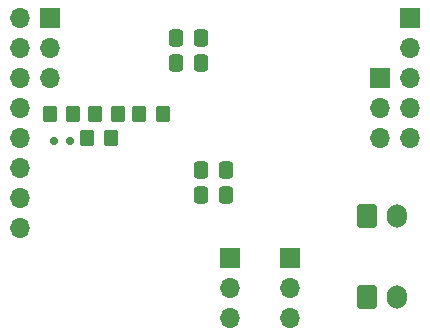
<source format=gbs>
G04 #@! TF.GenerationSoftware,KiCad,Pcbnew,7.0.10-7.0.10~ubuntu23.10.1*
G04 #@! TF.CreationDate,2024-03-29T23:33:31+01:00*
G04 #@! TF.ProjectId,ledBoard,6c656442-6f61-4726-942e-6b696361645f,rev?*
G04 #@! TF.SameCoordinates,Original*
G04 #@! TF.FileFunction,Soldermask,Bot*
G04 #@! TF.FilePolarity,Negative*
%FSLAX46Y46*%
G04 Gerber Fmt 4.6, Leading zero omitted, Abs format (unit mm)*
G04 Created by KiCad (PCBNEW 7.0.10-7.0.10~ubuntu23.10.1) date 2024-03-29 23:33:31*
%MOMM*%
%LPD*%
G01*
G04 APERTURE LIST*
G04 Aperture macros list*
%AMRoundRect*
0 Rectangle with rounded corners*
0 $1 Rounding radius*
0 $2 $3 $4 $5 $6 $7 $8 $9 X,Y pos of 4 corners*
0 Add a 4 corners polygon primitive as box body*
4,1,4,$2,$3,$4,$5,$6,$7,$8,$9,$2,$3,0*
0 Add four circle primitives for the rounded corners*
1,1,$1+$1,$2,$3*
1,1,$1+$1,$4,$5*
1,1,$1+$1,$6,$7*
1,1,$1+$1,$8,$9*
0 Add four rect primitives between the rounded corners*
20,1,$1+$1,$2,$3,$4,$5,0*
20,1,$1+$1,$4,$5,$6,$7,0*
20,1,$1+$1,$6,$7,$8,$9,0*
20,1,$1+$1,$8,$9,$2,$3,0*%
G04 Aperture macros list end*
%ADD10RoundRect,0.250000X0.337500X0.475000X-0.337500X0.475000X-0.337500X-0.475000X0.337500X-0.475000X0*%
%ADD11O,1.700000X1.700000*%
%ADD12R,1.700000X1.700000*%
%ADD13RoundRect,0.250000X-0.600000X-0.750000X0.600000X-0.750000X0.600000X0.750000X-0.600000X0.750000X0*%
%ADD14O,1.700000X2.000000*%
%ADD15RoundRect,0.250000X0.350000X0.450000X-0.350000X0.450000X-0.350000X-0.450000X0.350000X-0.450000X0*%
%ADD16RoundRect,0.150000X-0.150000X-0.200000X0.150000X-0.200000X0.150000X0.200000X-0.150000X0.200000X0*%
%ADD17RoundRect,0.250000X-0.350000X-0.450000X0.350000X-0.450000X0.350000X0.450000X-0.350000X0.450000X0*%
G04 APERTURE END LIST*
D10*
X215921500Y-73808200D03*
X213846500Y-73808200D03*
X215921500Y-71674600D03*
X213846500Y-71674600D03*
X218059000Y-82829400D03*
X215984000Y-82829400D03*
X218059000Y-84963000D03*
X215984000Y-84963000D03*
D11*
X200660000Y-87780000D03*
D12*
X203200000Y-70000000D03*
D11*
X200660000Y-70000000D03*
X203200000Y-72540000D03*
X200660000Y-72540000D03*
X203200000Y-75080000D03*
X200660000Y-75080000D03*
X200660000Y-77620000D03*
X200660000Y-80160000D03*
X200660000Y-82700000D03*
X200660000Y-85240000D03*
D13*
X230017000Y-93582000D03*
D14*
X232517000Y-93582000D03*
D13*
X230017000Y-86724000D03*
D14*
X232517000Y-86724000D03*
D15*
X208950000Y-78150000D03*
X206950000Y-78150000D03*
D16*
X204875000Y-80375000D03*
X203475000Y-80375000D03*
D17*
X203150000Y-78150000D03*
X205150000Y-78150000D03*
D12*
X233680000Y-70000000D03*
D11*
X233680000Y-72540000D03*
X233680000Y-75080000D03*
X233680000Y-77620000D03*
X233680000Y-80160000D03*
D12*
X218440000Y-90297000D03*
D11*
X218440000Y-92837000D03*
X218440000Y-95377000D03*
D15*
X208325000Y-80125000D03*
X206325000Y-80125000D03*
D12*
X223520000Y-90297000D03*
D11*
X223520000Y-92837000D03*
X223520000Y-95377000D03*
D15*
X212750000Y-78150000D03*
X210750000Y-78150000D03*
D12*
X231140000Y-75080000D03*
D11*
X231140000Y-77620000D03*
X231140000Y-80160000D03*
M02*

</source>
